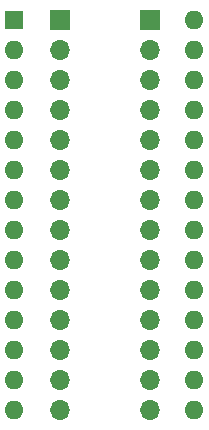
<source format=gbs>
G04 #@! TF.GenerationSoftware,KiCad,Pcbnew,(5.1.9)-1*
G04 #@! TF.CreationDate,2021-11-21T23:01:30-05:00*
G04 #@! TF.ProjectId,sst39-28,73737433-392d-4323-982e-6b696361645f,rev?*
G04 #@! TF.SameCoordinates,Original*
G04 #@! TF.FileFunction,Soldermask,Bot*
G04 #@! TF.FilePolarity,Negative*
%FSLAX46Y46*%
G04 Gerber Fmt 4.6, Leading zero omitted, Abs format (unit mm)*
G04 Created by KiCad (PCBNEW (5.1.9)-1) date 2021-11-21 23:01:30*
%MOMM*%
%LPD*%
G01*
G04 APERTURE LIST*
%ADD10O,1.700000X1.700000*%
%ADD11R,1.700000X1.700000*%
%ADD12O,1.600000X1.600000*%
%ADD13R,1.600000X1.600000*%
G04 APERTURE END LIST*
D10*
X152380000Y-95820000D03*
X152380000Y-93280000D03*
X152380000Y-90740000D03*
X152380000Y-88200000D03*
X152380000Y-85660000D03*
X152380000Y-83120000D03*
X152380000Y-80580000D03*
X152380000Y-78040000D03*
X152380000Y-75500000D03*
X152380000Y-72960000D03*
X152380000Y-70420000D03*
X152380000Y-67880000D03*
X152380000Y-65340000D03*
D11*
X152380000Y-62800000D03*
D10*
X144760000Y-95820000D03*
X144760000Y-93280000D03*
X144760000Y-90740000D03*
X144760000Y-88200000D03*
X144760000Y-85660000D03*
X144760000Y-83120000D03*
X144760000Y-80580000D03*
X144760000Y-78040000D03*
X144760000Y-75500000D03*
X144760000Y-72960000D03*
X144760000Y-70420000D03*
X144760000Y-67880000D03*
X144760000Y-65340000D03*
D11*
X144760000Y-62800000D03*
D12*
X156140000Y-62800000D03*
X140900000Y-95820000D03*
X156140000Y-65340000D03*
X140900000Y-93280000D03*
X156140000Y-67880000D03*
X140900000Y-90740000D03*
X156140000Y-70420000D03*
X140900000Y-88200000D03*
X156140000Y-72960000D03*
X140900000Y-85660000D03*
X156140000Y-75500000D03*
X140900000Y-83120000D03*
X156140000Y-78040000D03*
X140900000Y-80580000D03*
X156140000Y-80580000D03*
X140900000Y-78040000D03*
X156140000Y-83120000D03*
X140900000Y-75500000D03*
X156140000Y-85660000D03*
X140900000Y-72960000D03*
X156140000Y-88200000D03*
X140900000Y-70420000D03*
X156140000Y-90740000D03*
X140900000Y-67880000D03*
X156140000Y-93280000D03*
X140900000Y-65340000D03*
X156140000Y-95820000D03*
D13*
X140900000Y-62800000D03*
M02*

</source>
